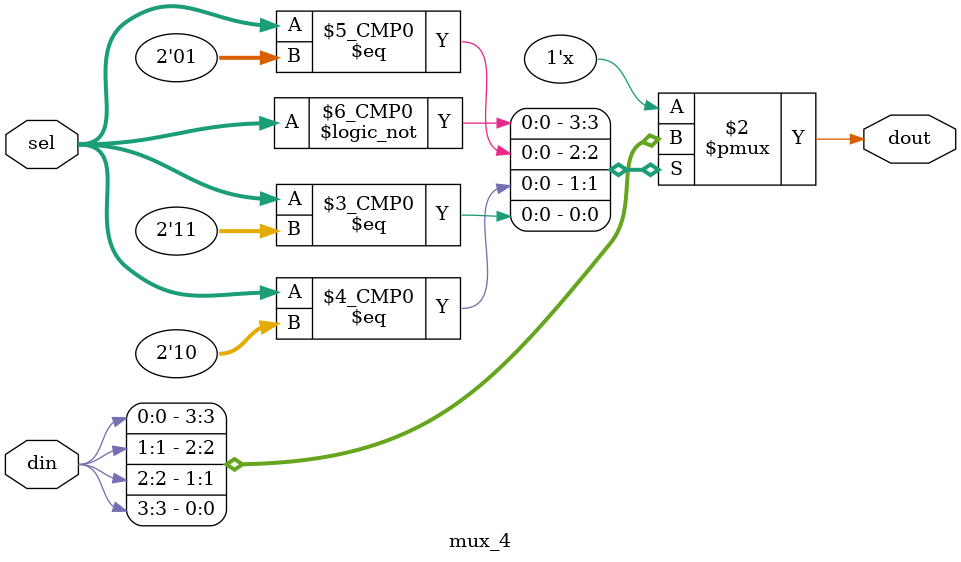
<source format=v>
`timescale 1ns/1ns

module mux_4(
    input [3:0] din,
    input [1:0] sel,
    output reg dout
);
    
    always @(din,sel) begin
        case(sel)
            2'b00: dout=din[0];
            2'b01: dout=din[1];
            2'b10: dout=din[2];
            2'b11: dout=din[3];
            default: dout=1'bz;
        endcase
    end

    // assign dout=din[sel];
    
endmodule
</source>
